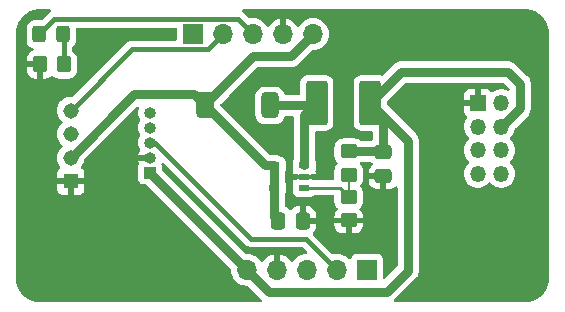
<source format=gbr>
%TF.GenerationSoftware,KiCad,Pcbnew,8.0.3*%
%TF.CreationDate,2024-06-13T10:05:26+02:00*%
%TF.ProjectId,radar_module,72616461-725f-46d6-9f64-756c652e6b69,rev?*%
%TF.SameCoordinates,Original*%
%TF.FileFunction,Copper,L2,Bot*%
%TF.FilePolarity,Positive*%
%FSLAX46Y46*%
G04 Gerber Fmt 4.6, Leading zero omitted, Abs format (unit mm)*
G04 Created by KiCad (PCBNEW 8.0.3) date 2024-06-13 10:05:26*
%MOMM*%
%LPD*%
G01*
G04 APERTURE LIST*
G04 Aperture macros list*
%AMRoundRect*
0 Rectangle with rounded corners*
0 $1 Rounding radius*
0 $2 $3 $4 $5 $6 $7 $8 $9 X,Y pos of 4 corners*
0 Add a 4 corners polygon primitive as box body*
4,1,4,$2,$3,$4,$5,$6,$7,$8,$9,$2,$3,0*
0 Add four circle primitives for the rounded corners*
1,1,$1+$1,$2,$3*
1,1,$1+$1,$4,$5*
1,1,$1+$1,$6,$7*
1,1,$1+$1,$8,$9*
0 Add four rect primitives between the rounded corners*
20,1,$1+$1,$2,$3,$4,$5,0*
20,1,$1+$1,$4,$5,$6,$7,0*
20,1,$1+$1,$6,$7,$8,$9,0*
20,1,$1+$1,$8,$9,$2,$3,0*%
G04 Aperture macros list end*
%TA.AperFunction,ComponentPad*%
%ADD10R,1.350000X1.350000*%
%TD*%
%TA.AperFunction,ComponentPad*%
%ADD11O,1.350000X1.350000*%
%TD*%
%TA.AperFunction,ComponentPad*%
%ADD12R,1.000000X1.000000*%
%TD*%
%TA.AperFunction,ComponentPad*%
%ADD13O,1.000000X1.000000*%
%TD*%
%TA.AperFunction,ComponentPad*%
%ADD14R,1.700000X1.700000*%
%TD*%
%TA.AperFunction,ComponentPad*%
%ADD15O,1.700000X1.700000*%
%TD*%
%TA.AperFunction,SMDPad,CuDef*%
%ADD16RoundRect,0.250000X-0.475000X0.337500X-0.475000X-0.337500X0.475000X-0.337500X0.475000X0.337500X0*%
%TD*%
%TA.AperFunction,SMDPad,CuDef*%
%ADD17RoundRect,0.250000X-0.450000X0.350000X-0.450000X-0.350000X0.450000X-0.350000X0.450000X0.350000X0*%
%TD*%
%TA.AperFunction,SMDPad,CuDef*%
%ADD18RoundRect,0.375000X-0.375000X-0.725000X0.375000X-0.725000X0.375000X0.725000X-0.375000X0.725000X0*%
%TD*%
%TA.AperFunction,SMDPad,CuDef*%
%ADD19RoundRect,0.250000X-0.337500X-0.475000X0.337500X-0.475000X0.337500X0.475000X-0.337500X0.475000X0*%
%TD*%
%TA.AperFunction,SMDPad,CuDef*%
%ADD20RoundRect,0.250000X0.325000X0.450000X-0.325000X0.450000X-0.325000X-0.450000X0.325000X-0.450000X0*%
%TD*%
%TA.AperFunction,ComponentPad*%
%ADD21R,1.308000X1.308000*%
%TD*%
%TA.AperFunction,ComponentPad*%
%ADD22C,1.308000*%
%TD*%
%TA.AperFunction,SMDPad,CuDef*%
%ADD23RoundRect,0.250000X0.350000X0.450000X-0.350000X0.450000X-0.350000X-0.450000X0.350000X-0.450000X0*%
%TD*%
%TA.AperFunction,SMDPad,CuDef*%
%ADD24R,0.952500X0.508000*%
%TD*%
%TA.AperFunction,SMDPad,CuDef*%
%ADD25RoundRect,0.250000X0.675000X1.625000X-0.675000X1.625000X-0.675000X-1.625000X0.675000X-1.625000X0*%
%TD*%
%TA.AperFunction,Conductor*%
%ADD26C,0.800000*%
%TD*%
%TA.AperFunction,Conductor*%
%ADD27C,0.400000*%
%TD*%
%TA.AperFunction,Conductor*%
%ADD28C,0.250000*%
%TD*%
%TA.AperFunction,Conductor*%
%ADD29C,0.200000*%
%TD*%
G04 APERTURE END LIST*
D10*
%TO.P,LD2450,1,Pin_1*%
%TO.N,GND*%
X135610000Y-96230000D03*
D11*
%TO.P,LD2450,2,Pin_2*%
%TO.N,unconnected-(J4-Pin_2-Pad2)*%
X137610000Y-96230000D03*
%TO.P,LD2450,3,Pin_3*%
%TO.N,unconnected-(J4-Pin_3-Pad3)*%
X135610000Y-98230000D03*
%TO.P,LD2450,4,Pin_4*%
%TO.N,+5V*%
X137610000Y-98230000D03*
%TO.P,LD2450,5,Pin_5*%
%TO.N,RX*%
X135610000Y-100230000D03*
%TO.P,LD2450,6,Pin_6*%
%TO.N,TX*%
X137610000Y-100230000D03*
%TO.P,LD2450,7,Pin_7*%
%TO.N,unconnected-(J4-Pin_7-Pad7)*%
X135610000Y-102230000D03*
%TO.P,LD2450,8,Pin_8*%
%TO.N,unconnected-(J4-Pin_8-Pad8)*%
X137610000Y-102230000D03*
%TD*%
D12*
%TO.P,LD2410,1,Pin_1*%
%TO.N,+5V*%
X107850000Y-102120000D03*
D13*
%TO.P,LD2410,2,Pin_2*%
%TO.N,GND*%
X107850000Y-100850000D03*
%TO.P,LD2410,3,Pin_3*%
%TO.N,RX*%
X107850000Y-99580000D03*
%TO.P,LD2410,4,Pin_4*%
%TO.N,TX*%
X107850000Y-98310000D03*
%TO.P,LD2410,5,Pin_5*%
%TO.N,OUT*%
X107850000Y-97040000D03*
%TD*%
D14*
%TO.P,LD2410C,1,Pin_1*%
%TO.N,TX*%
X126220000Y-110340000D03*
D15*
%TO.P,LD2410C,2,Pin_2*%
%TO.N,RX*%
X123680000Y-110340000D03*
%TO.P,LD2410C,3,Pin_3*%
%TO.N,OUT*%
X121140000Y-110340000D03*
%TO.P,LD2410C,4,Pin_4*%
%TO.N,GND*%
X118600000Y-110340000D03*
%TO.P,LD2410C,5,Pin_5*%
%TO.N,+5V*%
X116060000Y-110340000D03*
%TD*%
D14*
%TO.P,LD2410S,1,Pin_1*%
%TO.N,TX*%
X111500000Y-90390000D03*
D15*
%TO.P,LD2410S,2,Pin_2*%
%TO.N,RX*%
X114040000Y-90390000D03*
%TO.P,LD2410S,3,Pin_3*%
%TO.N,OUT*%
X116580000Y-90390000D03*
%TO.P,LD2410S,4,Pin_4*%
%TO.N,GND*%
X119120000Y-90390000D03*
%TO.P,LD2410S,5,Pin_5*%
%TO.N,+3.3V*%
X121660000Y-90390000D03*
%TD*%
D16*
%TO.P,C2,1*%
%TO.N,+5V*%
X127600000Y-100362500D03*
%TO.P,C2,2*%
%TO.N,GND*%
X127600000Y-102437500D03*
%TD*%
D17*
%TO.P,R2,1*%
%TO.N,Net-(U1-FB)*%
X124680000Y-104170000D03*
%TO.P,R2,2*%
%TO.N,GND*%
X124680000Y-106170000D03*
%TD*%
D18*
%TO.P,L1,1,1*%
%TO.N,+3.3V*%
X112540000Y-96430000D03*
%TO.P,L1,2,2*%
%TO.N,Net-(D1-A)*%
X118040000Y-96430000D03*
%TD*%
D19*
%TO.P,C1,1*%
%TO.N,+3.3V*%
X118732500Y-106200000D03*
%TO.P,C1,2*%
%TO.N,GND*%
X120807500Y-106200000D03*
%TD*%
D20*
%TO.P,Movement!,1,K*%
%TO.N,Net-(D2-K)*%
X100535000Y-90420000D03*
%TO.P,Movement!,2,A*%
%TO.N,OUT*%
X98485000Y-90420000D03*
%TD*%
D21*
%TO.P,J1,1,1*%
%TO.N,GND*%
X101140000Y-102860000D03*
D22*
%TO.P,J1,2,2*%
%TO.N,+3.3V*%
X101140000Y-100860000D03*
%TO.P,J1,3,3*%
%TO.N,TX*%
X101140000Y-98860000D03*
%TO.P,J1,4,4*%
%TO.N,RX*%
X101140000Y-96860000D03*
%TD*%
D23*
%TO.P,R3,1*%
%TO.N,Net-(D2-K)*%
X100550000Y-92960000D03*
%TO.P,R3,2*%
%TO.N,GND*%
X98550000Y-92960000D03*
%TD*%
D24*
%TO.P,U1,1,SW*%
%TO.N,Net-(D1-A)*%
X120930000Y-101510000D03*
%TO.P,U1,2,GND*%
%TO.N,GND*%
X120930000Y-102460001D03*
%TO.P,U1,3,FB*%
%TO.N,Net-(U1-FB)*%
X120930000Y-103410002D03*
%TO.P,U1,4,EN*%
%TO.N,+3.3V*%
X118377300Y-103410002D03*
%TO.P,U1,5,VIN*%
X118377300Y-101510000D03*
%TD*%
D25*
%TO.P,D1,1,K*%
%TO.N,+5V*%
X126520000Y-96220000D03*
%TO.P,D1,2,A*%
%TO.N,Net-(D1-A)*%
X121970000Y-96220000D03*
%TD*%
D17*
%TO.P,R1,1*%
%TO.N,+5V*%
X124680000Y-100330000D03*
%TO.P,R1,2*%
%TO.N,Net-(U1-FB)*%
X124680000Y-102330000D03*
%TD*%
D26*
%TO.N,+3.3V*%
X121660000Y-90390000D02*
X119770000Y-92280000D01*
X106520000Y-95480000D02*
X111590000Y-95480000D01*
X112540000Y-96330000D02*
X112540000Y-96430000D01*
X112540000Y-96430000D02*
X117620000Y-101510000D01*
X118377300Y-105844800D02*
X118732500Y-106200000D01*
X101140000Y-100860000D02*
X106520000Y-95480000D01*
X116590000Y-92280000D02*
X112540000Y-96330000D01*
X119770000Y-92280000D02*
X116590000Y-92280000D01*
X117620000Y-101510000D02*
X118377300Y-101510000D01*
X118377300Y-103410002D02*
X118377300Y-105844800D01*
X111590000Y-95480000D02*
X112540000Y-96430000D01*
X118377300Y-101510000D02*
X118377300Y-103410002D01*
%TO.N,+5V*%
X124680000Y-100330000D02*
X127567500Y-100330000D01*
X139210000Y-94610000D02*
X138200000Y-93600000D01*
X127600000Y-97300000D02*
X126520000Y-96220000D01*
X129720000Y-99420000D02*
X129720000Y-110412988D01*
X117938908Y-112218908D02*
X116060000Y-110340000D01*
X127600000Y-100362500D02*
X127600000Y-97300000D01*
X139210000Y-96630000D02*
X139210000Y-94610000D01*
X127914080Y-112218908D02*
X117938908Y-112218908D01*
X129720000Y-110412988D02*
X127914080Y-112218908D01*
X126520000Y-96220000D02*
X129720000Y-99420000D01*
X129140000Y-93600000D02*
X126520000Y-96220000D01*
X127567500Y-100330000D02*
X127600000Y-100362500D01*
X116060000Y-110340000D02*
X107850000Y-102130000D01*
X107850000Y-102130000D02*
X107850000Y-102120000D01*
X138200000Y-93600000D02*
X129140000Y-93600000D01*
X137610000Y-98230000D02*
X139210000Y-96630000D01*
%TO.N,Net-(D1-A)*%
X120930000Y-101510000D02*
X120930000Y-97260000D01*
X121760000Y-96430000D02*
X121970000Y-96220000D01*
X118040000Y-96430000D02*
X121760000Y-96430000D01*
X120930000Y-97260000D02*
X121970000Y-96220000D01*
D27*
%TO.N,OUT*%
X99765000Y-89140000D02*
X115330000Y-89140000D01*
X115330000Y-89140000D02*
X116580000Y-90390000D01*
X98485000Y-90420000D02*
X99765000Y-89140000D01*
%TO.N,RX*%
X116400000Y-107700000D02*
X108280000Y-99580000D01*
X101140000Y-96860000D02*
X106360000Y-91640000D01*
X123680000Y-110340000D02*
X121040000Y-107700000D01*
X112790000Y-91640000D02*
X114040000Y-90390000D01*
X121040000Y-107700000D02*
X116400000Y-107700000D01*
X106360000Y-91640000D02*
X112790000Y-91640000D01*
X108280000Y-99580000D02*
X107850000Y-99580000D01*
D28*
%TO.N,Net-(U1-FB)*%
X120930000Y-103410002D02*
X123920002Y-103410002D01*
D29*
X124680000Y-102330000D02*
X124680000Y-104170000D01*
D28*
X123920002Y-103410002D02*
X124680000Y-104170000D01*
D27*
%TO.N,Net-(D2-K)*%
X100535000Y-90420000D02*
X100550000Y-90435000D01*
X100550000Y-90435000D02*
X100550000Y-92960000D01*
%TD*%
%TA.AperFunction,Conductor*%
%TO.N,GND*%
G36*
X99433765Y-88310185D02*
G01*
X99479520Y-88362989D01*
X99489464Y-88432147D01*
X99460439Y-88495703D01*
X99435618Y-88517601D01*
X99423035Y-88526009D01*
X99423030Y-88526011D01*
X99423031Y-88526012D01*
X99318457Y-88595886D01*
X99318453Y-88595889D01*
X98731161Y-89183181D01*
X98669838Y-89216666D01*
X98643480Y-89219500D01*
X98109998Y-89219500D01*
X98109980Y-89219501D01*
X98007203Y-89230000D01*
X98007200Y-89230001D01*
X97840668Y-89285185D01*
X97840663Y-89285187D01*
X97691342Y-89377289D01*
X97567289Y-89501342D01*
X97475187Y-89650663D01*
X97475186Y-89650666D01*
X97420001Y-89817203D01*
X97420001Y-89817204D01*
X97420000Y-89817204D01*
X97409500Y-89919983D01*
X97409500Y-90920001D01*
X97409501Y-90920019D01*
X97420000Y-91022796D01*
X97420001Y-91022799D01*
X97444221Y-91095888D01*
X97475186Y-91189334D01*
X97567288Y-91338656D01*
X97691344Y-91462712D01*
X97840666Y-91554814D01*
X97914214Y-91579185D01*
X97971657Y-91618956D01*
X97998480Y-91683472D01*
X97986165Y-91752248D01*
X97938622Y-91803448D01*
X97914214Y-91814595D01*
X97880884Y-91825640D01*
X97880875Y-91825643D01*
X97731654Y-91917684D01*
X97607684Y-92041654D01*
X97515643Y-92190875D01*
X97515641Y-92190880D01*
X97460494Y-92357302D01*
X97460493Y-92357309D01*
X97450000Y-92460013D01*
X97450000Y-92710000D01*
X98676000Y-92710000D01*
X98743039Y-92729685D01*
X98788794Y-92782489D01*
X98800000Y-92834000D01*
X98800000Y-94159999D01*
X98949972Y-94159999D01*
X98949986Y-94159998D01*
X99052697Y-94149505D01*
X99219119Y-94094358D01*
X99219124Y-94094356D01*
X99368342Y-94002317D01*
X99461964Y-93908695D01*
X99523287Y-93875210D01*
X99592979Y-93880194D01*
X99637327Y-93908695D01*
X99731344Y-94002712D01*
X99880666Y-94094814D01*
X100047203Y-94149999D01*
X100149991Y-94160500D01*
X100950008Y-94160499D01*
X100950016Y-94160498D01*
X100950019Y-94160498D01*
X101006302Y-94154748D01*
X101052797Y-94149999D01*
X101219334Y-94094814D01*
X101368656Y-94002712D01*
X101492712Y-93878656D01*
X101584814Y-93729334D01*
X101639999Y-93562797D01*
X101650500Y-93460009D01*
X101650499Y-92459992D01*
X101639999Y-92357203D01*
X101584814Y-92190666D01*
X101492712Y-92041344D01*
X101368656Y-91917288D01*
X101368655Y-91917287D01*
X101309402Y-91880739D01*
X101262678Y-91828791D01*
X101250500Y-91775201D01*
X101250500Y-91580125D01*
X101270185Y-91513086D01*
X101309405Y-91474585D01*
X101328656Y-91462712D01*
X101452712Y-91338656D01*
X101544814Y-91189334D01*
X101599999Y-91022797D01*
X101610500Y-90920009D01*
X101610499Y-89964499D01*
X101630183Y-89897461D01*
X101682987Y-89851706D01*
X101734499Y-89840500D01*
X110025500Y-89840500D01*
X110092539Y-89860185D01*
X110138294Y-89912989D01*
X110149500Y-89964500D01*
X110149501Y-90815500D01*
X110129817Y-90882539D01*
X110077013Y-90928294D01*
X110025501Y-90939500D01*
X106291004Y-90939500D01*
X106155677Y-90966418D01*
X106155667Y-90966421D01*
X106028192Y-91019222D01*
X105913454Y-91095887D01*
X105913453Y-91095888D01*
X101340161Y-95669181D01*
X101278838Y-95702666D01*
X101252480Y-95705500D01*
X101246980Y-95705500D01*
X101033020Y-95705500D01*
X100822703Y-95744815D01*
X100696533Y-95793693D01*
X100623192Y-95822106D01*
X100623186Y-95822108D01*
X100441286Y-95934736D01*
X100441283Y-95934738D01*
X100441279Y-95934740D01*
X100441278Y-95934742D01*
X100286757Y-96075606D01*
X100283158Y-96078887D01*
X100154219Y-96249629D01*
X100058849Y-96441158D01*
X100058846Y-96441164D01*
X100000296Y-96646949D01*
X100000295Y-96646952D01*
X99980554Y-96859999D01*
X99980554Y-96860000D01*
X100000295Y-97073047D01*
X100000296Y-97073050D01*
X100058846Y-97278835D01*
X100058849Y-97278841D01*
X100154219Y-97470370D01*
X100283160Y-97641116D01*
X100422744Y-97768363D01*
X100459026Y-97828074D01*
X100457265Y-97897922D01*
X100422744Y-97951637D01*
X100283160Y-98078883D01*
X100154219Y-98249629D01*
X100058849Y-98441158D01*
X100058846Y-98441164D01*
X100000296Y-98646949D01*
X100000295Y-98646952D01*
X99980554Y-98859999D01*
X99980554Y-98860000D01*
X100000295Y-99073047D01*
X100000296Y-99073050D01*
X100058846Y-99278835D01*
X100058849Y-99278841D01*
X100154219Y-99470370D01*
X100283160Y-99641116D01*
X100422744Y-99768363D01*
X100459026Y-99828074D01*
X100457265Y-99897922D01*
X100422744Y-99951637D01*
X100283160Y-100078883D01*
X100154219Y-100249629D01*
X100058849Y-100441158D01*
X100058846Y-100441164D01*
X100000296Y-100646949D01*
X100000295Y-100646952D01*
X99980554Y-100859999D01*
X99980554Y-100860000D01*
X100000295Y-101073047D01*
X100000296Y-101073050D01*
X100058846Y-101278835D01*
X100058849Y-101278841D01*
X100154219Y-101470370D01*
X100252575Y-101600615D01*
X100277267Y-101665977D01*
X100262702Y-101734311D01*
X100227932Y-101774608D01*
X100128812Y-101848809D01*
X100128809Y-101848812D01*
X100042649Y-101963906D01*
X100042645Y-101963913D01*
X99992403Y-102098620D01*
X99992401Y-102098627D01*
X99986000Y-102158155D01*
X99986000Y-102610000D01*
X100824314Y-102610000D01*
X100819920Y-102614394D01*
X100767259Y-102705606D01*
X100740000Y-102807339D01*
X100740000Y-102912661D01*
X100767259Y-103014394D01*
X100819920Y-103105606D01*
X100824314Y-103110000D01*
X99986000Y-103110000D01*
X99986000Y-103561844D01*
X99992401Y-103621372D01*
X99992403Y-103621379D01*
X100042645Y-103756086D01*
X100042649Y-103756093D01*
X100128809Y-103871187D01*
X100128812Y-103871190D01*
X100243906Y-103957350D01*
X100243913Y-103957354D01*
X100378620Y-104007596D01*
X100378627Y-104007598D01*
X100438155Y-104013999D01*
X100438172Y-104014000D01*
X100890000Y-104014000D01*
X100890000Y-103175686D01*
X100894394Y-103180080D01*
X100985606Y-103232741D01*
X101087339Y-103260000D01*
X101192661Y-103260000D01*
X101294394Y-103232741D01*
X101385606Y-103180080D01*
X101390000Y-103175686D01*
X101390000Y-104014000D01*
X101841828Y-104014000D01*
X101841844Y-104013999D01*
X101901372Y-104007598D01*
X101901379Y-104007596D01*
X102036086Y-103957354D01*
X102036093Y-103957350D01*
X102151187Y-103871190D01*
X102151190Y-103871187D01*
X102237350Y-103756093D01*
X102237354Y-103756086D01*
X102287596Y-103621379D01*
X102287598Y-103621372D01*
X102293999Y-103561844D01*
X102294000Y-103561827D01*
X102294000Y-103110000D01*
X101455686Y-103110000D01*
X101460080Y-103105606D01*
X101512741Y-103014394D01*
X101540000Y-102912661D01*
X101540000Y-102807339D01*
X101512741Y-102705606D01*
X101460080Y-102614394D01*
X101455686Y-102610000D01*
X102294000Y-102610000D01*
X102294000Y-102158172D01*
X102293999Y-102158155D01*
X102287598Y-102098627D01*
X102287596Y-102098620D01*
X102237354Y-101963913D01*
X102237350Y-101963906D01*
X102151190Y-101848812D01*
X102052066Y-101774607D01*
X102010196Y-101718673D01*
X102005212Y-101648981D01*
X102027424Y-101600615D01*
X102125781Y-101470370D01*
X102221151Y-101278840D01*
X102221151Y-101278837D01*
X102221153Y-101278835D01*
X102245837Y-101192079D01*
X102279704Y-101073048D01*
X102283666Y-101030283D01*
X102309451Y-100965346D01*
X102319448Y-100954050D01*
X106703064Y-96570435D01*
X106764385Y-96536952D01*
X106834077Y-96541936D01*
X106890010Y-96583808D01*
X106914427Y-96649272D01*
X106909404Y-96694113D01*
X106863975Y-96843869D01*
X106844659Y-97040000D01*
X106863975Y-97236129D01*
X106921188Y-97424733D01*
X107014086Y-97598532D01*
X107017473Y-97603601D01*
X107015836Y-97604694D01*
X107039596Y-97660663D01*
X107027795Y-97729529D01*
X107017109Y-97746156D01*
X107017473Y-97746399D01*
X107014086Y-97751467D01*
X106921188Y-97925266D01*
X106863975Y-98113870D01*
X106844659Y-98310000D01*
X106863975Y-98506129D01*
X106863976Y-98506132D01*
X106913074Y-98667987D01*
X106921188Y-98694733D01*
X107014086Y-98868532D01*
X107017473Y-98873601D01*
X107015836Y-98874694D01*
X107039596Y-98930663D01*
X107027795Y-98999529D01*
X107017109Y-99016156D01*
X107017473Y-99016399D01*
X107014086Y-99021467D01*
X106921188Y-99195266D01*
X106863975Y-99383870D01*
X106844659Y-99580000D01*
X106863975Y-99776129D01*
X106863976Y-99776132D01*
X106910646Y-99929983D01*
X106921188Y-99964733D01*
X107014086Y-100138532D01*
X107017473Y-100143601D01*
X107015955Y-100144615D01*
X107039918Y-100201042D01*
X107028124Y-100269909D01*
X107017515Y-100286420D01*
X107017893Y-100286673D01*
X107014505Y-100291742D01*
X106921652Y-100465458D01*
X106880839Y-100599999D01*
X106880840Y-100600000D01*
X107640382Y-100600000D01*
X107589936Y-100650446D01*
X107547149Y-100724555D01*
X107525000Y-100807213D01*
X107525000Y-100892787D01*
X107547149Y-100975445D01*
X107589936Y-101049554D01*
X107640382Y-101100000D01*
X106880840Y-101100000D01*
X106921651Y-101234537D01*
X106922651Y-101236407D01*
X106922878Y-101237501D01*
X106923981Y-101240162D01*
X106923476Y-101240370D01*
X106936896Y-101304809D01*
X106912564Y-101369172D01*
X106906205Y-101377666D01*
X106906202Y-101377671D01*
X106855908Y-101512517D01*
X106849501Y-101572116D01*
X106849501Y-101572123D01*
X106849500Y-101572135D01*
X106849500Y-102667870D01*
X106849501Y-102667876D01*
X106855908Y-102727483D01*
X106906202Y-102862328D01*
X106906206Y-102862335D01*
X106992452Y-102977544D01*
X106992455Y-102977547D01*
X107107664Y-103063793D01*
X107107671Y-103063797D01*
X107152618Y-103080561D01*
X107242517Y-103114091D01*
X107302127Y-103120500D01*
X107515636Y-103120499D01*
X107582676Y-103140183D01*
X107603318Y-103156818D01*
X114670063Y-110223563D01*
X114703548Y-110284886D01*
X114705911Y-110322045D01*
X114704341Y-110340000D01*
X114724936Y-110575403D01*
X114724938Y-110575413D01*
X114786094Y-110803655D01*
X114786096Y-110803659D01*
X114786097Y-110803663D01*
X114859358Y-110960772D01*
X114885965Y-111017830D01*
X114885967Y-111017834D01*
X114933651Y-111085933D01*
X115021505Y-111211401D01*
X115188599Y-111378495D01*
X115285384Y-111446265D01*
X115382165Y-111514032D01*
X115382167Y-111514033D01*
X115382170Y-111514035D01*
X115596337Y-111613903D01*
X115824592Y-111675063D01*
X116060000Y-111695659D01*
X116077945Y-111694088D01*
X116146442Y-111707852D01*
X116176435Y-111729935D01*
X117324319Y-112877819D01*
X117357804Y-112939142D01*
X117352820Y-113008834D01*
X117310948Y-113064767D01*
X117245484Y-113089184D01*
X117236638Y-113089500D01*
X98504067Y-113089500D01*
X98495957Y-113089235D01*
X98247116Y-113072925D01*
X98231035Y-113070807D01*
X97990464Y-113022954D01*
X97974797Y-113018756D01*
X97742520Y-112939909D01*
X97727534Y-112933702D01*
X97507539Y-112825212D01*
X97493492Y-112817102D01*
X97289539Y-112680825D01*
X97276671Y-112670951D01*
X97092250Y-112509218D01*
X97080781Y-112497749D01*
X96919048Y-112313328D01*
X96909174Y-112300460D01*
X96772897Y-112096507D01*
X96764787Y-112082460D01*
X96658855Y-111867652D01*
X96656294Y-111862458D01*
X96650090Y-111847479D01*
X96571243Y-111615202D01*
X96567045Y-111599535D01*
X96523078Y-111378498D01*
X96519190Y-111358953D01*
X96517075Y-111342895D01*
X96500765Y-111094043D01*
X96500500Y-111085933D01*
X96500500Y-93459986D01*
X97450001Y-93459986D01*
X97460494Y-93562697D01*
X97515641Y-93729119D01*
X97515643Y-93729124D01*
X97607684Y-93878345D01*
X97731654Y-94002315D01*
X97880875Y-94094356D01*
X97880880Y-94094358D01*
X98047302Y-94149505D01*
X98047309Y-94149506D01*
X98150019Y-94159999D01*
X98299999Y-94159999D01*
X98300000Y-94159998D01*
X98300000Y-93210000D01*
X97450001Y-93210000D01*
X97450001Y-93459986D01*
X96500500Y-93459986D01*
X96500500Y-90294066D01*
X96500765Y-90285956D01*
X96506595Y-90197007D01*
X96517075Y-90037102D01*
X96519190Y-90021048D01*
X96567045Y-89780462D01*
X96571243Y-89764797D01*
X96594337Y-89696762D01*
X96650093Y-89532512D01*
X96656291Y-89517547D01*
X96764790Y-89297533D01*
X96772893Y-89283498D01*
X96909182Y-89079527D01*
X96919039Y-89066681D01*
X97080786Y-88882244D01*
X97092244Y-88870786D01*
X97276681Y-88709039D01*
X97289527Y-88699182D01*
X97493498Y-88562893D01*
X97507533Y-88554790D01*
X97727547Y-88446291D01*
X97742512Y-88440093D01*
X97969653Y-88362989D01*
X97974797Y-88361243D01*
X97990464Y-88357045D01*
X98231048Y-88309190D01*
X98247102Y-88307075D01*
X98495957Y-88290765D01*
X98504067Y-88290500D01*
X98565892Y-88290500D01*
X99366726Y-88290500D01*
X99433765Y-88310185D01*
G37*
%TD.AperFunction*%
%TA.AperFunction,Conductor*%
G36*
X139664043Y-88290765D02*
G01*
X139912895Y-88307075D01*
X139928953Y-88309190D01*
X140136105Y-88350395D01*
X140169535Y-88357045D01*
X140185202Y-88361243D01*
X140354947Y-88418863D01*
X140417481Y-88440091D01*
X140432458Y-88446294D01*
X140594104Y-88526009D01*
X140652460Y-88554787D01*
X140666508Y-88562897D01*
X140870464Y-88699177D01*
X140883328Y-88709048D01*
X141067749Y-88870781D01*
X141079218Y-88882250D01*
X141230660Y-89054937D01*
X141240951Y-89066671D01*
X141250825Y-89079539D01*
X141387102Y-89283492D01*
X141395212Y-89297539D01*
X141503702Y-89517534D01*
X141509909Y-89532520D01*
X141588756Y-89764797D01*
X141592954Y-89780464D01*
X141640807Y-90021035D01*
X141642925Y-90037116D01*
X141659235Y-90285956D01*
X141659500Y-90294066D01*
X141659500Y-111085933D01*
X141659235Y-111094043D01*
X141642925Y-111342883D01*
X141640807Y-111358964D01*
X141592954Y-111599535D01*
X141588756Y-111615202D01*
X141509909Y-111847479D01*
X141503702Y-111862465D01*
X141395212Y-112082460D01*
X141387102Y-112096507D01*
X141250825Y-112300460D01*
X141240951Y-112313328D01*
X141079218Y-112497749D01*
X141067749Y-112509218D01*
X140883328Y-112670951D01*
X140870460Y-112680825D01*
X140666507Y-112817102D01*
X140652460Y-112825212D01*
X140432465Y-112933702D01*
X140417479Y-112939909D01*
X140185202Y-113018756D01*
X140169535Y-113022954D01*
X139928964Y-113070807D01*
X139912883Y-113072925D01*
X139664043Y-113089235D01*
X139655933Y-113089500D01*
X128616350Y-113089500D01*
X128549311Y-113069815D01*
X128503556Y-113017011D01*
X128493612Y-112947853D01*
X128522637Y-112884297D01*
X128528669Y-112877819D01*
X130419459Y-110987028D01*
X130419458Y-110987028D01*
X130419464Y-110987023D01*
X130437002Y-110960775D01*
X130518013Y-110839535D01*
X130541560Y-110782686D01*
X130585895Y-110675654D01*
X130620500Y-110501679D01*
X130620500Y-110324296D01*
X130620500Y-99331309D01*
X130620500Y-99331306D01*
X130620499Y-99331304D01*
X130585896Y-99157341D01*
X130585893Y-99157332D01*
X130518016Y-98993459D01*
X130518009Y-98993446D01*
X130419465Y-98845966D01*
X130419464Y-98845965D01*
X130294035Y-98720536D01*
X127981818Y-96408318D01*
X127948333Y-96346995D01*
X127945499Y-96320637D01*
X127945499Y-96119362D01*
X127965184Y-96052323D01*
X127981818Y-96031681D01*
X129476680Y-94536819D01*
X129538003Y-94503334D01*
X129564361Y-94500500D01*
X137775638Y-94500500D01*
X137842677Y-94520185D01*
X137863319Y-94536819D01*
X138273181Y-94946680D01*
X138306666Y-95008003D01*
X138309500Y-95034361D01*
X138309500Y-95059342D01*
X138289815Y-95126381D01*
X138237011Y-95172136D01*
X138167853Y-95182080D01*
X138140707Y-95174969D01*
X137966732Y-95107571D01*
X137933069Y-95094530D01*
X137718926Y-95054500D01*
X137501074Y-95054500D01*
X137286931Y-95094530D01*
X137242753Y-95111645D01*
X137083792Y-95173226D01*
X137083786Y-95173229D01*
X136898565Y-95287913D01*
X136887214Y-95298261D01*
X136824408Y-95328875D01*
X136755021Y-95320674D01*
X136704414Y-95280932D01*
X136642187Y-95197809D01*
X136527093Y-95111649D01*
X136527086Y-95111645D01*
X136392379Y-95061403D01*
X136392372Y-95061401D01*
X136332844Y-95055000D01*
X135860000Y-95055000D01*
X135860000Y-95914314D01*
X135855606Y-95909920D01*
X135764394Y-95857259D01*
X135662661Y-95830000D01*
X135557339Y-95830000D01*
X135455606Y-95857259D01*
X135364394Y-95909920D01*
X135360000Y-95914314D01*
X135360000Y-95055000D01*
X134887155Y-95055000D01*
X134827627Y-95061401D01*
X134827620Y-95061403D01*
X134692913Y-95111645D01*
X134692906Y-95111649D01*
X134577812Y-95197809D01*
X134577809Y-95197812D01*
X134491649Y-95312906D01*
X134491645Y-95312913D01*
X134441403Y-95447620D01*
X134441401Y-95447627D01*
X134435000Y-95507155D01*
X134435000Y-95980000D01*
X135294314Y-95980000D01*
X135289920Y-95984394D01*
X135237259Y-96075606D01*
X135210000Y-96177339D01*
X135210000Y-96282661D01*
X135237259Y-96384394D01*
X135289920Y-96475606D01*
X135294314Y-96480000D01*
X134435000Y-96480000D01*
X134435000Y-96952844D01*
X134441401Y-97012372D01*
X134441403Y-97012379D01*
X134491645Y-97147086D01*
X134491649Y-97147093D01*
X134577809Y-97262186D01*
X134663405Y-97326264D01*
X134705276Y-97382198D01*
X134710260Y-97451890D01*
X134688049Y-97500257D01*
X134606288Y-97608528D01*
X134509184Y-97803537D01*
X134449564Y-98013081D01*
X134429464Y-98229999D01*
X134429464Y-98230000D01*
X134449564Y-98446918D01*
X134449564Y-98446920D01*
X134449565Y-98446923D01*
X134491839Y-98595500D01*
X134509184Y-98656462D01*
X134606288Y-98851472D01*
X134737574Y-99025324D01*
X134861572Y-99138363D01*
X134897854Y-99198074D01*
X134896093Y-99267922D01*
X134861572Y-99321637D01*
X134737574Y-99434675D01*
X134606288Y-99608527D01*
X134509184Y-99803537D01*
X134449564Y-100013081D01*
X134429464Y-100229999D01*
X134429464Y-100230000D01*
X134449564Y-100446918D01*
X134449564Y-100446920D01*
X134449565Y-100446923D01*
X134505668Y-100644106D01*
X134509184Y-100656462D01*
X134606288Y-100851472D01*
X134737574Y-101025324D01*
X134861572Y-101138363D01*
X134897854Y-101198074D01*
X134896093Y-101267922D01*
X134861572Y-101321637D01*
X134737574Y-101434675D01*
X134606288Y-101608527D01*
X134509184Y-101803537D01*
X134502450Y-101827204D01*
X134451485Y-102006331D01*
X134449564Y-102013081D01*
X134429464Y-102229999D01*
X134429464Y-102230000D01*
X134449564Y-102446918D01*
X134449564Y-102446920D01*
X134449565Y-102446923D01*
X134497215Y-102614394D01*
X134509184Y-102656462D01*
X134596988Y-102832795D01*
X134606288Y-102851472D01*
X134737573Y-103025322D01*
X134898568Y-103172088D01*
X134898575Y-103172092D01*
X134898576Y-103172093D01*
X135083786Y-103286770D01*
X135083792Y-103286773D01*
X135106664Y-103295633D01*
X135286931Y-103365470D01*
X135501074Y-103405500D01*
X135501076Y-103405500D01*
X135718924Y-103405500D01*
X135718926Y-103405500D01*
X135933069Y-103365470D01*
X136136210Y-103286772D01*
X136321432Y-103172088D01*
X136482427Y-103025322D01*
X136511047Y-102987422D01*
X136567153Y-102945787D01*
X136636865Y-102941094D01*
X136698048Y-102974836D01*
X136708946Y-102987414D01*
X136737573Y-103025322D01*
X136737576Y-103025325D01*
X136737578Y-103025327D01*
X136852569Y-103130154D01*
X136898568Y-103172088D01*
X136898575Y-103172092D01*
X136898576Y-103172093D01*
X137083786Y-103286770D01*
X137083792Y-103286773D01*
X137106664Y-103295633D01*
X137286931Y-103365470D01*
X137501074Y-103405500D01*
X137501076Y-103405500D01*
X137718924Y-103405500D01*
X137718926Y-103405500D01*
X137933069Y-103365470D01*
X138136210Y-103286772D01*
X138321432Y-103172088D01*
X138482427Y-103025322D01*
X138613712Y-102851472D01*
X138710817Y-102656459D01*
X138770435Y-102446923D01*
X138790536Y-102230000D01*
X138788478Y-102207796D01*
X138783879Y-102158156D01*
X138770435Y-102013077D01*
X138710817Y-101803541D01*
X138613712Y-101608528D01*
X138482427Y-101434678D01*
X138358423Y-101321634D01*
X138322145Y-101261927D01*
X138323905Y-101192079D01*
X138358423Y-101138365D01*
X138482427Y-101025322D01*
X138613712Y-100851472D01*
X138710817Y-100656459D01*
X138770435Y-100446923D01*
X138790536Y-100230000D01*
X138770435Y-100013077D01*
X138710817Y-99803541D01*
X138613712Y-99608528D01*
X138482427Y-99434678D01*
X138358423Y-99321634D01*
X138322145Y-99261927D01*
X138323905Y-99192079D01*
X138358423Y-99138365D01*
X138482427Y-99025322D01*
X138613712Y-98851472D01*
X138710817Y-98656459D01*
X138770435Y-98446923D01*
X138776910Y-98377037D01*
X138802695Y-98312101D01*
X138812692Y-98300805D01*
X139909464Y-97204035D01*
X139930049Y-97173228D01*
X139931331Y-97171310D01*
X139931331Y-97171309D01*
X139982633Y-97094530D01*
X140008013Y-97056547D01*
X140032540Y-96997334D01*
X140075895Y-96892666D01*
X140110500Y-96718691D01*
X140110500Y-96541308D01*
X140110500Y-94521309D01*
X140110277Y-94520185D01*
X140106361Y-94500499D01*
X140106361Y-94500498D01*
X140075896Y-94347341D01*
X140075895Y-94347334D01*
X140010339Y-94189071D01*
X140008695Y-94184474D01*
X139992675Y-94160499D01*
X139909464Y-94035965D01*
X139784035Y-93910536D01*
X139602618Y-93729119D01*
X138774039Y-92900538D01*
X138774038Y-92900537D01*
X138756521Y-92888833D01*
X138704442Y-92854035D01*
X138704440Y-92854034D01*
X138704440Y-92854033D01*
X138626552Y-92801990D01*
X138626540Y-92801983D01*
X138544607Y-92768046D01*
X138544606Y-92768046D01*
X138462666Y-92734105D01*
X138462658Y-92734103D01*
X138288696Y-92699500D01*
X138288692Y-92699500D01*
X138288691Y-92699500D01*
X129228692Y-92699500D01*
X129051309Y-92699500D01*
X129051304Y-92699500D01*
X128877339Y-92734103D01*
X128877323Y-92734108D01*
X128761453Y-92782102D01*
X128761454Y-92782103D01*
X128713451Y-92801987D01*
X128635557Y-92854036D01*
X128565964Y-92900535D01*
X127599948Y-93866551D01*
X127538625Y-93900036D01*
X127473264Y-93896576D01*
X127347799Y-93855001D01*
X127347795Y-93855000D01*
X127245010Y-93844500D01*
X125794998Y-93844500D01*
X125794981Y-93844501D01*
X125692203Y-93855000D01*
X125692200Y-93855001D01*
X125525668Y-93910185D01*
X125525663Y-93910187D01*
X125376342Y-94002289D01*
X125252289Y-94126342D01*
X125160187Y-94275663D01*
X125160185Y-94275668D01*
X125136435Y-94347341D01*
X125105001Y-94442203D01*
X125105001Y-94442204D01*
X125105000Y-94442204D01*
X125094500Y-94544983D01*
X125094500Y-97895001D01*
X125094501Y-97895018D01*
X125105000Y-97997796D01*
X125105001Y-97997799D01*
X125143463Y-98113868D01*
X125160186Y-98164334D01*
X125252288Y-98313656D01*
X125376344Y-98437712D01*
X125525666Y-98529814D01*
X125692203Y-98584999D01*
X125794991Y-98595500D01*
X126575500Y-98595499D01*
X126642539Y-98615183D01*
X126688294Y-98667987D01*
X126699500Y-98719499D01*
X126699500Y-99305500D01*
X126679815Y-99372539D01*
X126627011Y-99418294D01*
X126575500Y-99429500D01*
X125692230Y-99429500D01*
X125625191Y-99409815D01*
X125604549Y-99393181D01*
X125598657Y-99387289D01*
X125598656Y-99387288D01*
X125449334Y-99295186D01*
X125282797Y-99240001D01*
X125282795Y-99240000D01*
X125180010Y-99229500D01*
X124179998Y-99229500D01*
X124179980Y-99229501D01*
X124077203Y-99240000D01*
X124077200Y-99240001D01*
X123910668Y-99295185D01*
X123910663Y-99295187D01*
X123761342Y-99387289D01*
X123637289Y-99511342D01*
X123545187Y-99660663D01*
X123545186Y-99660666D01*
X123490001Y-99827203D01*
X123490001Y-99827204D01*
X123490000Y-99827204D01*
X123479500Y-99929983D01*
X123479500Y-100730001D01*
X123479501Y-100730019D01*
X123490000Y-100832796D01*
X123490001Y-100832799D01*
X123545185Y-100999331D01*
X123545187Y-100999336D01*
X123549225Y-101005882D01*
X123637202Y-101148517D01*
X123637289Y-101148657D01*
X123730951Y-101242319D01*
X123764436Y-101303642D01*
X123759452Y-101373334D01*
X123730951Y-101417681D01*
X123637289Y-101511342D01*
X123545187Y-101660663D01*
X123545186Y-101660666D01*
X123490001Y-101827203D01*
X123490001Y-101827204D01*
X123490000Y-101827204D01*
X123479500Y-101929983D01*
X123479500Y-101929991D01*
X123479500Y-102311500D01*
X123479501Y-102660502D01*
X123459817Y-102727541D01*
X123407013Y-102773296D01*
X123355501Y-102784502D01*
X122030250Y-102784502D01*
X121963211Y-102764817D01*
X121945041Y-102743847D01*
X121942569Y-102746320D01*
X121906250Y-102710001D01*
X121665041Y-102710001D01*
X121621708Y-102702183D01*
X121513732Y-102661910D01*
X121513733Y-102661910D01*
X121454133Y-102655503D01*
X121454131Y-102655502D01*
X121454123Y-102655502D01*
X121454115Y-102655502D01*
X121045975Y-102655502D01*
X120978936Y-102635817D01*
X120933181Y-102583013D01*
X120931164Y-102568985D01*
X120930962Y-102572755D01*
X120890095Y-102629427D01*
X120825077Y-102655008D01*
X120814025Y-102655502D01*
X120405879Y-102655502D01*
X120405873Y-102655503D01*
X120346266Y-102661910D01*
X120238292Y-102702183D01*
X120194959Y-102710001D01*
X119953750Y-102710001D01*
X119953750Y-102761845D01*
X119960151Y-102821373D01*
X119960153Y-102821380D01*
X119986102Y-102890953D01*
X119991086Y-102960645D01*
X119986102Y-102977618D01*
X119959660Y-103048513D01*
X119959660Y-103048515D01*
X119959659Y-103048519D01*
X119953250Y-103108129D01*
X119953250Y-103108136D01*
X119953250Y-103108137D01*
X119953250Y-103711872D01*
X119953251Y-103711878D01*
X119959658Y-103771485D01*
X120009952Y-103906330D01*
X120009956Y-103906337D01*
X120096202Y-104021546D01*
X120096205Y-104021549D01*
X120211414Y-104107795D01*
X120211421Y-104107799D01*
X120346267Y-104158093D01*
X120346266Y-104158093D01*
X120353194Y-104158837D01*
X120405877Y-104164502D01*
X121454122Y-104164501D01*
X121513733Y-104158093D01*
X121648581Y-104107798D01*
X121712117Y-104060235D01*
X121777581Y-104035818D01*
X121786428Y-104035502D01*
X123355500Y-104035502D01*
X123422539Y-104055187D01*
X123468294Y-104107991D01*
X123479500Y-104159502D01*
X123479500Y-104570001D01*
X123479501Y-104570019D01*
X123490000Y-104672796D01*
X123490001Y-104672799D01*
X123545185Y-104839331D01*
X123545187Y-104839336D01*
X123637289Y-104988657D01*
X123731304Y-105082672D01*
X123764789Y-105143995D01*
X123759805Y-105213687D01*
X123731305Y-105258034D01*
X123637682Y-105351657D01*
X123545643Y-105500875D01*
X123545641Y-105500880D01*
X123490494Y-105667302D01*
X123490493Y-105667309D01*
X123480000Y-105770013D01*
X123480000Y-105920000D01*
X125879999Y-105920000D01*
X125879999Y-105770028D01*
X125879998Y-105770013D01*
X125869505Y-105667302D01*
X125814358Y-105500880D01*
X125814356Y-105500875D01*
X125722315Y-105351654D01*
X125628695Y-105258034D01*
X125595210Y-105196711D01*
X125600194Y-105127019D01*
X125628691Y-105082676D01*
X125722712Y-104988656D01*
X125814814Y-104839334D01*
X125869999Y-104672797D01*
X125880500Y-104570009D01*
X125880499Y-103769992D01*
X125879078Y-103756086D01*
X125869999Y-103667203D01*
X125869998Y-103667200D01*
X125835086Y-103561844D01*
X125814814Y-103500666D01*
X125722712Y-103351344D01*
X125709049Y-103337681D01*
X125675564Y-103276358D01*
X125680548Y-103206666D01*
X125709049Y-103162319D01*
X125714550Y-103156818D01*
X125722712Y-103148656D01*
X125814814Y-102999334D01*
X125869999Y-102832797D01*
X125870797Y-102824986D01*
X126375001Y-102824986D01*
X126385494Y-102927697D01*
X126440641Y-103094119D01*
X126440643Y-103094124D01*
X126532684Y-103243345D01*
X126656654Y-103367315D01*
X126805875Y-103459356D01*
X126805880Y-103459358D01*
X126972302Y-103514505D01*
X126972309Y-103514506D01*
X127075019Y-103524999D01*
X127349999Y-103524999D01*
X127350000Y-103524998D01*
X127350000Y-102687500D01*
X126375001Y-102687500D01*
X126375001Y-102824986D01*
X125870797Y-102824986D01*
X125880500Y-102730009D01*
X125880499Y-101929992D01*
X125869999Y-101827203D01*
X125814814Y-101660666D01*
X125722712Y-101511344D01*
X125653549Y-101442181D01*
X125620064Y-101380858D01*
X125625048Y-101311166D01*
X125666920Y-101255233D01*
X125732384Y-101230816D01*
X125741230Y-101230500D01*
X126542770Y-101230500D01*
X126609809Y-101250185D01*
X126630451Y-101266819D01*
X126656344Y-101292712D01*
X126659628Y-101294737D01*
X126659653Y-101294753D01*
X126661445Y-101296746D01*
X126662011Y-101297193D01*
X126661934Y-101297289D01*
X126706379Y-101346699D01*
X126717603Y-101415661D01*
X126689761Y-101479744D01*
X126659665Y-101505826D01*
X126656660Y-101507679D01*
X126656655Y-101507683D01*
X126532684Y-101631654D01*
X126440643Y-101780875D01*
X126440641Y-101780880D01*
X126385494Y-101947302D01*
X126385493Y-101947309D01*
X126375000Y-102050013D01*
X126375000Y-102187500D01*
X127726000Y-102187500D01*
X127793039Y-102207185D01*
X127838794Y-102259989D01*
X127850000Y-102311500D01*
X127850000Y-103524999D01*
X128124972Y-103524999D01*
X128124986Y-103524998D01*
X128227697Y-103514505D01*
X128394119Y-103459358D01*
X128394124Y-103459356D01*
X128543345Y-103367315D01*
X128607819Y-103302842D01*
X128669142Y-103269357D01*
X128738834Y-103274341D01*
X128794767Y-103316213D01*
X128819184Y-103381677D01*
X128819500Y-103390523D01*
X128819500Y-109988625D01*
X128799815Y-110055664D01*
X128783181Y-110076306D01*
X127782180Y-111077306D01*
X127720857Y-111110791D01*
X127651165Y-111105807D01*
X127595232Y-111063935D01*
X127570815Y-110998471D01*
X127570499Y-110989649D01*
X127570499Y-109442128D01*
X127564091Y-109382517D01*
X127562810Y-109379083D01*
X127513797Y-109247671D01*
X127513793Y-109247664D01*
X127427547Y-109132455D01*
X127427544Y-109132452D01*
X127312335Y-109046206D01*
X127312328Y-109046202D01*
X127177482Y-108995908D01*
X127177483Y-108995908D01*
X127117883Y-108989501D01*
X127117881Y-108989500D01*
X127117873Y-108989500D01*
X127117864Y-108989500D01*
X125322129Y-108989500D01*
X125322123Y-108989501D01*
X125262516Y-108995908D01*
X125127671Y-109046202D01*
X125127664Y-109046206D01*
X125012455Y-109132452D01*
X125012452Y-109132455D01*
X124926206Y-109247664D01*
X124926203Y-109247669D01*
X124877189Y-109379083D01*
X124835317Y-109435016D01*
X124769853Y-109459433D01*
X124701580Y-109444581D01*
X124673326Y-109423430D01*
X124551402Y-109301506D01*
X124551395Y-109301501D01*
X124357834Y-109165967D01*
X124357830Y-109165965D01*
X124357828Y-109165964D01*
X124143663Y-109066097D01*
X124143659Y-109066096D01*
X124143655Y-109066094D01*
X123915413Y-109004938D01*
X123915403Y-109004936D01*
X123680001Y-108984341D01*
X123679999Y-108984341D01*
X123444597Y-109004936D01*
X123444593Y-109004936D01*
X123444592Y-109004937D01*
X123444587Y-109004938D01*
X123444584Y-109004939D01*
X123427778Y-109009442D01*
X123357928Y-109007778D01*
X123308005Y-108977348D01*
X121693340Y-107362683D01*
X121659855Y-107301360D01*
X121664839Y-107231668D01*
X121693340Y-107187321D01*
X121737315Y-107143345D01*
X121829356Y-106994124D01*
X121829358Y-106994119D01*
X121884505Y-106827697D01*
X121884506Y-106827690D01*
X121894999Y-106724986D01*
X121895000Y-106724973D01*
X121895000Y-106569986D01*
X123480001Y-106569986D01*
X123490494Y-106672697D01*
X123545641Y-106839119D01*
X123545643Y-106839124D01*
X123637684Y-106988345D01*
X123761654Y-107112315D01*
X123910875Y-107204356D01*
X123910880Y-107204358D01*
X124077302Y-107259505D01*
X124077309Y-107259506D01*
X124180019Y-107269999D01*
X124429999Y-107269999D01*
X124930000Y-107269999D01*
X125179972Y-107269999D01*
X125179986Y-107269998D01*
X125282697Y-107259505D01*
X125449119Y-107204358D01*
X125449124Y-107204356D01*
X125598345Y-107112315D01*
X125722315Y-106988345D01*
X125814356Y-106839124D01*
X125814358Y-106839119D01*
X125869505Y-106672697D01*
X125869506Y-106672690D01*
X125879999Y-106569986D01*
X125880000Y-106569973D01*
X125880000Y-106420000D01*
X124930000Y-106420000D01*
X124930000Y-107269999D01*
X124429999Y-107269999D01*
X124430000Y-107269998D01*
X124430000Y-106420000D01*
X123480001Y-106420000D01*
X123480001Y-106569986D01*
X121895000Y-106569986D01*
X121895000Y-106450000D01*
X120681500Y-106450000D01*
X120614461Y-106430315D01*
X120568706Y-106377511D01*
X120557500Y-106326000D01*
X120557500Y-105950000D01*
X121057500Y-105950000D01*
X121894999Y-105950000D01*
X121894999Y-105675028D01*
X121894998Y-105675013D01*
X121884505Y-105572302D01*
X121829358Y-105405880D01*
X121829356Y-105405875D01*
X121737315Y-105256654D01*
X121613345Y-105132684D01*
X121464124Y-105040643D01*
X121464119Y-105040641D01*
X121297697Y-104985494D01*
X121297690Y-104985493D01*
X121194986Y-104975000D01*
X121057500Y-104975000D01*
X121057500Y-105950000D01*
X120557500Y-105950000D01*
X120557500Y-104975000D01*
X120420027Y-104975000D01*
X120420012Y-104975001D01*
X120317302Y-104985494D01*
X120150880Y-105040641D01*
X120150875Y-105040643D01*
X120001654Y-105132684D01*
X119877683Y-105256655D01*
X119877679Y-105256660D01*
X119875826Y-105259665D01*
X119874018Y-105261290D01*
X119873202Y-105262323D01*
X119873025Y-105262183D01*
X119823874Y-105306385D01*
X119754911Y-105317601D01*
X119690831Y-105289752D01*
X119664753Y-105259653D01*
X119663754Y-105258034D01*
X119662712Y-105256344D01*
X119538656Y-105132288D01*
X119389334Y-105040186D01*
X119389333Y-105040185D01*
X119389327Y-105040183D01*
X119362794Y-105031391D01*
X119305350Y-104991618D01*
X119278528Y-104927101D01*
X119277800Y-104913686D01*
X119277800Y-103973714D01*
X119294995Y-103915153D01*
X119293096Y-103914116D01*
X119297343Y-103906336D01*
X119297346Y-103906333D01*
X119347641Y-103771485D01*
X119354050Y-103711875D01*
X119354049Y-103108130D01*
X119347641Y-103048519D01*
X119338989Y-103025323D01*
X119302577Y-102927697D01*
X119297346Y-102913671D01*
X119297344Y-102913669D01*
X119297344Y-102913667D01*
X119293095Y-102905884D01*
X119296347Y-102904108D01*
X119278100Y-102854902D01*
X119277800Y-102846288D01*
X119277800Y-102073712D01*
X119294995Y-102015151D01*
X119293096Y-102014114D01*
X119297343Y-102006334D01*
X119297346Y-102006331D01*
X119347641Y-101871483D01*
X119354050Y-101811873D01*
X119354049Y-101208128D01*
X119347641Y-101148517D01*
X119343853Y-101138362D01*
X119297347Y-101013671D01*
X119297343Y-101013664D01*
X119211097Y-100898455D01*
X119211094Y-100898452D01*
X119095885Y-100812206D01*
X119095878Y-100812202D01*
X118961032Y-100761908D01*
X118961033Y-100761908D01*
X118901417Y-100755499D01*
X118900090Y-100755428D01*
X118899773Y-100755322D01*
X118898122Y-100755145D01*
X118898160Y-100754785D01*
X118837852Y-100734709D01*
X118830833Y-100730019D01*
X118803847Y-100711987D01*
X118803844Y-100711985D01*
X118803843Y-100711985D01*
X118803842Y-100711984D01*
X118639967Y-100644106D01*
X118639958Y-100644103D01*
X118465994Y-100609500D01*
X118465991Y-100609500D01*
X118044362Y-100609500D01*
X117977323Y-100589815D01*
X117956681Y-100573181D01*
X113851180Y-96467680D01*
X113817695Y-96406357D01*
X113822679Y-96336665D01*
X113851178Y-96292320D01*
X114514619Y-95628879D01*
X116789500Y-95628879D01*
X116789500Y-97231122D01*
X116789501Y-97231125D01*
X116792399Y-97273886D01*
X116792399Y-97273887D01*
X116807003Y-97332608D01*
X116829913Y-97424733D01*
X116838360Y-97458696D01*
X116922967Y-97629292D01*
X116922969Y-97629295D01*
X117042277Y-97777721D01*
X117042278Y-97777722D01*
X117190704Y-97897030D01*
X117190707Y-97897032D01*
X117361302Y-97981639D01*
X117361303Y-97981639D01*
X117361307Y-97981641D01*
X117546111Y-98027600D01*
X117588877Y-98030500D01*
X118491122Y-98030499D01*
X118533889Y-98027600D01*
X118718693Y-97981641D01*
X118889296Y-97897030D01*
X119037722Y-97777722D01*
X119157030Y-97629296D01*
X119241641Y-97458693D01*
X119244920Y-97445506D01*
X119250127Y-97424573D01*
X119285409Y-97364266D01*
X119347695Y-97332608D01*
X119370461Y-97330500D01*
X119905500Y-97330500D01*
X119972539Y-97350185D01*
X120018294Y-97402989D01*
X120029500Y-97454500D01*
X120029500Y-100946286D01*
X120012305Y-101004844D01*
X120014205Y-101005882D01*
X120009955Y-101013665D01*
X119963447Y-101138362D01*
X119959659Y-101148517D01*
X119953250Y-101208127D01*
X119953250Y-101208134D01*
X119953250Y-101208135D01*
X119953250Y-101811870D01*
X119953251Y-101811876D01*
X119959658Y-101871482D01*
X119986102Y-101942381D01*
X119991086Y-102012073D01*
X119986102Y-102029046D01*
X119960153Y-102098617D01*
X119960151Y-102098628D01*
X119953750Y-102158156D01*
X119953750Y-102210001D01*
X120194959Y-102210001D01*
X120238292Y-102217819D01*
X120346266Y-102258091D01*
X120405856Y-102264498D01*
X120405860Y-102264498D01*
X120405877Y-102264500D01*
X120405893Y-102264499D01*
X120407159Y-102264568D01*
X120407472Y-102264672D01*
X120409181Y-102264856D01*
X120409141Y-102265227D01*
X120469444Y-102285288D01*
X120503453Y-102308013D01*
X120503456Y-102308014D01*
X120503459Y-102308016D01*
X120626363Y-102358923D01*
X120667334Y-102375894D01*
X120667336Y-102375894D01*
X120667341Y-102375896D01*
X120838216Y-102409885D01*
X120900127Y-102442270D01*
X120931093Y-102496650D01*
X120952262Y-102450299D01*
X121011040Y-102412525D01*
X121021784Y-102409885D01*
X121192658Y-102375896D01*
X121192661Y-102375894D01*
X121192666Y-102375894D01*
X121356547Y-102308013D01*
X121390554Y-102285289D01*
X121450860Y-102265224D01*
X121450821Y-102264854D01*
X121452526Y-102264670D01*
X121452838Y-102264567D01*
X121454097Y-102264499D01*
X121454122Y-102264499D01*
X121513733Y-102258091D01*
X121621708Y-102217819D01*
X121665041Y-102210001D01*
X121906250Y-102210001D01*
X121906250Y-102158173D01*
X121906249Y-102158156D01*
X121899848Y-102098628D01*
X121899847Y-102098624D01*
X121873897Y-102029049D01*
X121868913Y-101959357D01*
X121873898Y-101942381D01*
X121900338Y-101871491D01*
X121900339Y-101871488D01*
X121900338Y-101871488D01*
X121900341Y-101871483D01*
X121906750Y-101811873D01*
X121906749Y-101208128D01*
X121900341Y-101148517D01*
X121896553Y-101138362D01*
X121872193Y-101073048D01*
X121850046Y-101013669D01*
X121850044Y-101013667D01*
X121850044Y-101013665D01*
X121845795Y-101005882D01*
X121849047Y-101004106D01*
X121830800Y-100954900D01*
X121830500Y-100946286D01*
X121830500Y-98719499D01*
X121850185Y-98652460D01*
X121902989Y-98606705D01*
X121954500Y-98595499D01*
X122695002Y-98595499D01*
X122695008Y-98595499D01*
X122797797Y-98584999D01*
X122964334Y-98529814D01*
X123113656Y-98437712D01*
X123237712Y-98313656D01*
X123329814Y-98164334D01*
X123384999Y-97997797D01*
X123395500Y-97895009D01*
X123395499Y-94544992D01*
X123384999Y-94442203D01*
X123329814Y-94275666D01*
X123237712Y-94126344D01*
X123113656Y-94002288D01*
X122964903Y-93910537D01*
X122964336Y-93910187D01*
X122964331Y-93910185D01*
X122933703Y-93900036D01*
X122797797Y-93855001D01*
X122797795Y-93855000D01*
X122695010Y-93844500D01*
X121244998Y-93844500D01*
X121244981Y-93844501D01*
X121142203Y-93855000D01*
X121142200Y-93855001D01*
X120975668Y-93910185D01*
X120975663Y-93910187D01*
X120826342Y-94002289D01*
X120702289Y-94126342D01*
X120610187Y-94275663D01*
X120610185Y-94275668D01*
X120586435Y-94347341D01*
X120555001Y-94442203D01*
X120555001Y-94442204D01*
X120555000Y-94442204D01*
X120544500Y-94544983D01*
X120544500Y-95405500D01*
X120524815Y-95472539D01*
X120472011Y-95518294D01*
X120420500Y-95529500D01*
X119370461Y-95529500D01*
X119303422Y-95509815D01*
X119257667Y-95457011D01*
X119250127Y-95435427D01*
X119241642Y-95401312D01*
X119241641Y-95401307D01*
X119185403Y-95287913D01*
X119157032Y-95230707D01*
X119157030Y-95230704D01*
X119037722Y-95082278D01*
X119037721Y-95082277D01*
X118889295Y-94962969D01*
X118889292Y-94962967D01*
X118718697Y-94878360D01*
X118533892Y-94832400D01*
X118512506Y-94830950D01*
X118491123Y-94829500D01*
X118491120Y-94829500D01*
X117588877Y-94829500D01*
X117588874Y-94829501D01*
X117546113Y-94832399D01*
X117546112Y-94832399D01*
X117361303Y-94878360D01*
X117190707Y-94962967D01*
X117190704Y-94962969D01*
X117042278Y-95082277D01*
X117042277Y-95082278D01*
X116922969Y-95230704D01*
X116922967Y-95230707D01*
X116838360Y-95401302D01*
X116792400Y-95586107D01*
X116789500Y-95628879D01*
X114514619Y-95628879D01*
X116926681Y-93216819D01*
X116988004Y-93183334D01*
X117014362Y-93180500D01*
X119858693Y-93180500D01*
X119858694Y-93180499D01*
X120032666Y-93145895D01*
X120114606Y-93111953D01*
X120196547Y-93078013D01*
X120196549Y-93078011D01*
X120196552Y-93078010D01*
X120284955Y-93018939D01*
X120284955Y-93018938D01*
X120284959Y-93018936D01*
X120344036Y-92979464D01*
X121543565Y-91779933D01*
X121604886Y-91746450D01*
X121642049Y-91744088D01*
X121660000Y-91745659D01*
X121895408Y-91725063D01*
X122123663Y-91663903D01*
X122337830Y-91564035D01*
X122531401Y-91428495D01*
X122698495Y-91261401D01*
X122834035Y-91067830D01*
X122933903Y-90853663D01*
X122995063Y-90625408D01*
X123015659Y-90390000D01*
X122995063Y-90154592D01*
X122933903Y-89926337D01*
X122834035Y-89712171D01*
X122828731Y-89704595D01*
X122698494Y-89518597D01*
X122531402Y-89351506D01*
X122531395Y-89351501D01*
X122337834Y-89215967D01*
X122337830Y-89215965D01*
X122331988Y-89213241D01*
X122123663Y-89116097D01*
X122123659Y-89116096D01*
X122123655Y-89116094D01*
X121895413Y-89054938D01*
X121895403Y-89054936D01*
X121660001Y-89034341D01*
X121659999Y-89034341D01*
X121424596Y-89054936D01*
X121424586Y-89054938D01*
X121196344Y-89116094D01*
X121196335Y-89116098D01*
X120982171Y-89215964D01*
X120982169Y-89215965D01*
X120788597Y-89351505D01*
X120621508Y-89518594D01*
X120491269Y-89704595D01*
X120436692Y-89748219D01*
X120367193Y-89755412D01*
X120304839Y-89723890D01*
X120288119Y-89704594D01*
X120158113Y-89518926D01*
X120158108Y-89518920D01*
X119991082Y-89351894D01*
X119797578Y-89216399D01*
X119583492Y-89116570D01*
X119583486Y-89116567D01*
X119370000Y-89059364D01*
X119370000Y-89956988D01*
X119312993Y-89924075D01*
X119185826Y-89890000D01*
X119054174Y-89890000D01*
X118927007Y-89924075D01*
X118870000Y-89956988D01*
X118870000Y-89059364D01*
X118869999Y-89059364D01*
X118656513Y-89116567D01*
X118656507Y-89116570D01*
X118442422Y-89216399D01*
X118442420Y-89216400D01*
X118248926Y-89351886D01*
X118248920Y-89351891D01*
X118081891Y-89518920D01*
X118081890Y-89518922D01*
X117951880Y-89704595D01*
X117897303Y-89748219D01*
X117827804Y-89755412D01*
X117765450Y-89723890D01*
X117748730Y-89704594D01*
X117618494Y-89518597D01*
X117451402Y-89351506D01*
X117451395Y-89351501D01*
X117257834Y-89215967D01*
X117257830Y-89215965D01*
X117251988Y-89213241D01*
X117043663Y-89116097D01*
X117043659Y-89116096D01*
X117043655Y-89116094D01*
X116815413Y-89054938D01*
X116815403Y-89054936D01*
X116580001Y-89034341D01*
X116579999Y-89034341D01*
X116344597Y-89054936D01*
X116344593Y-89054936D01*
X116344592Y-89054937D01*
X116344587Y-89054938D01*
X116344584Y-89054939D01*
X116327778Y-89059442D01*
X116257928Y-89057778D01*
X116208005Y-89027348D01*
X115776546Y-88595888D01*
X115776545Y-88595887D01*
X115715034Y-88554787D01*
X115661811Y-88519225D01*
X115661809Y-88519224D01*
X115659383Y-88517603D01*
X115614577Y-88463991D01*
X115605870Y-88394666D01*
X115636024Y-88331638D01*
X115695467Y-88294918D01*
X115728273Y-88290500D01*
X139594108Y-88290500D01*
X139655933Y-88290500D01*
X139664043Y-88290765D01*
G37*
%TD.AperFunction*%
%TA.AperFunction,Conductor*%
G36*
X108978092Y-101284596D02*
G01*
X109022440Y-101313097D01*
X115953453Y-108244111D01*
X115953454Y-108244112D01*
X116068192Y-108320777D01*
X116195667Y-108373578D01*
X116195672Y-108373580D01*
X116195676Y-108373580D01*
X116195677Y-108373581D01*
X116331004Y-108400500D01*
X116331007Y-108400500D01*
X120698481Y-108400500D01*
X120765520Y-108420185D01*
X120786162Y-108436819D01*
X121130069Y-108780726D01*
X121163554Y-108842049D01*
X121158570Y-108911741D01*
X121116698Y-108967674D01*
X121053196Y-108991935D01*
X120904596Y-109004936D01*
X120904586Y-109004938D01*
X120676344Y-109066094D01*
X120676335Y-109066098D01*
X120462171Y-109165964D01*
X120462169Y-109165965D01*
X120268597Y-109301505D01*
X120101508Y-109468594D01*
X119971269Y-109654595D01*
X119916692Y-109698219D01*
X119847193Y-109705412D01*
X119784839Y-109673890D01*
X119768119Y-109654594D01*
X119638113Y-109468926D01*
X119638108Y-109468920D01*
X119471082Y-109301894D01*
X119277578Y-109166399D01*
X119063492Y-109066570D01*
X119063486Y-109066567D01*
X118850000Y-109009364D01*
X118850000Y-109906988D01*
X118792993Y-109874075D01*
X118665826Y-109840000D01*
X118534174Y-109840000D01*
X118407007Y-109874075D01*
X118350000Y-109906988D01*
X118350000Y-109009364D01*
X118349999Y-109009364D01*
X118136513Y-109066567D01*
X118136507Y-109066570D01*
X117922422Y-109166399D01*
X117922420Y-109166400D01*
X117728926Y-109301886D01*
X117728920Y-109301891D01*
X117561891Y-109468920D01*
X117561890Y-109468922D01*
X117431880Y-109654595D01*
X117377303Y-109698219D01*
X117307804Y-109705412D01*
X117245450Y-109673890D01*
X117228730Y-109654594D01*
X117098494Y-109468597D01*
X116931402Y-109301506D01*
X116931395Y-109301501D01*
X116737834Y-109165967D01*
X116737830Y-109165965D01*
X116737828Y-109165964D01*
X116523663Y-109066097D01*
X116523659Y-109066096D01*
X116523655Y-109066094D01*
X116295413Y-109004938D01*
X116295403Y-109004936D01*
X116060001Y-108984341D01*
X116060000Y-108984341D01*
X116057944Y-108984520D01*
X116042045Y-108985911D01*
X115973546Y-108972140D01*
X115943563Y-108950063D01*
X108886818Y-101893318D01*
X108853333Y-101831995D01*
X108850499Y-101805637D01*
X108850499Y-101572129D01*
X108850498Y-101572123D01*
X108850497Y-101572116D01*
X108844091Y-101512517D01*
X108818576Y-101444109D01*
X108813593Y-101374420D01*
X108847078Y-101313097D01*
X108908401Y-101279612D01*
X108978092Y-101284596D01*
G37*
%TD.AperFunction*%
%TD*%
M02*

</source>
